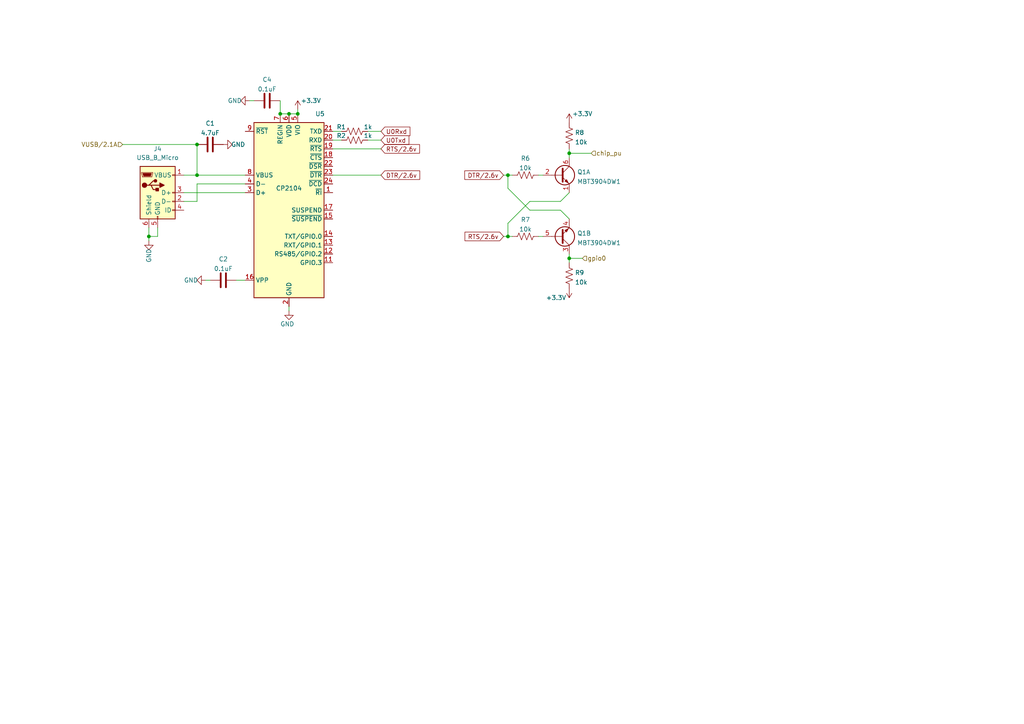
<source format=kicad_sch>
(kicad_sch (version 20230121) (generator eeschema)
  (paper "A4")
  (lib_symbols
    (symbol "Connector:USB_B_Micro" (pin_names (offset 1.016))
      (property "Reference" "J" (at -5.08 11.43 0))
      (property "Value" "USB_B_Micro" (at -5.08 8.89 0))
      (symbol "USB_B_Micro_0_1"
        (rectangle (start -5.08 -7.62) (end 5.08 7.62) (stroke (width 0.254)) (fill (type background)))
        (circle (center -3.81 2.159) (radius 0.635) (stroke (width 0.254)) (fill (type outline)))
        (circle (center -0.635 3.429) (radius 0.381) (stroke (width 0.254)) (fill (type outline)))
        (rectangle (start -0.127 -7.62) (end 0.127 -6.858))
        (polyline (pts (xy -1.905 2.159) (xy 0.635 2.159)) (stroke (width 0.254)))
        (polyline (pts (xy -3.175 2.159) (xy -2.54 2.159) (xy -1.27 3.429) (xy -0.635 3.429)) (stroke (width 0.254)))
        (polyline (pts (xy -2.54 2.159) (xy -1.905 2.159) (xy -1.27 0.889) (xy 0 0.889)) (stroke (width 0.254)))
        (polyline (pts (xy 0.635 2.794) (xy 0.635 1.524) (xy 1.905 2.159) (xy 0.635 2.794)) (stroke (width 0.254)) (fill (type outline)))
        (polyline (pts (xy -4.318 5.588) (xy -1.778 5.588) (xy -2.032 4.826) (xy -4.064 4.826) (xy -4.318 5.588)) (fill (type outline)))
        (polyline (pts (xy -4.699 5.842) (xy -4.699 5.588) (xy -4.445 4.826) (xy -4.445 4.572) (xy -1.651 4.572) (xy -1.651 4.826) (xy -1.397 5.588) (xy -1.397 5.842) (xy -4.699 5.842)))
        (rectangle (start 0.254 1.27) (end -0.508 0.508) (stroke (width 0.254)) (fill (type outline)))
        (rectangle (start 5.08 -5.207) (end 4.318 -4.953))
        (rectangle (start 5.08 -2.667) (end 4.318 -2.413))
        (rectangle (start 5.08 -0.127) (end 4.318 0.127))
        (rectangle (start 5.08 4.953) (end 4.318 5.207))
      )
      (symbol "USB_B_Micro_1_1"
        (pin power_out line (at 7.62 5.08 180) (length 2.54) (name "VBUS") (number "1"))
        (pin bidirectional line (at 7.62 -2.54 180) (length 2.54) (name "D-") (number "2"))
        (pin bidirectional line (at 7.62 0 180) (length 2.54) (name "D+") (number "3"))
        (pin passive line (at 7.62 -5.08 180) (length 2.54) (name "ID") (number "4"))
        (pin power_out line (at 0 -10.16 90) (length 2.54) (name "GND") (number "5"))
        (pin passive line (at -2.54 -10.16 90) (length 2.54) (name "Shield") (number "6"))
      )
    )
    (symbol "Device:C" (pin_numbers hide) (pin_names (offset 0.254))
      (property "Reference" "C" (at 0.635 2.54 0))
      (property "Value" "C" (at 0.635 -2.54 0))
      (symbol "C_0_1"
        (polyline (pts (xy -2.032 -0.762) (xy 2.032 -0.762)) (stroke (width 0.508)))
        (polyline (pts (xy -2.032 0.762) (xy 2.032 0.762)) (stroke (width 0.508)))
      )
      (symbol "C_1_1"
        (pin passive line (at 0 3.81 270) (length 2.794) (name "~") (number "1"))
        (pin passive line (at 0 -3.81 90) (length 2.794) (name "~") (number "2"))
      )
    )
    (symbol "Device:R_US" (pin_numbers hide) (pin_names (offset 0))
      (property "Reference" "R" (at 2.54 0 90))
      (property "Value" "R_US" (at -2.54 0 90))
      (symbol "R_US_0_1"
        (polyline (pts (xy 0 -2.286) (xy 0 -2.54)))
        (polyline (pts (xy 0 2.286) (xy 0 2.54)))
        (polyline (pts (xy 0 -0.762) (xy 1.016 -1.143) (xy 0 -1.524) (xy -1.016 -1.905) (xy 0 -2.286)))
        (polyline (pts (xy 0 0.762) (xy 1.016 0.381) (xy 0 0) (xy -1.016 -0.381) (xy 0 -0.762)))
        (polyline (pts (xy 0 2.286) (xy 1.016 1.905) (xy 0 1.524) (xy -1.016 1.143) (xy 0 0.762)))
      )
      (symbol "R_US_1_1"
        (pin passive line (at 0 3.81 270) (length 1.27) (name "~") (number "1"))
        (pin passive line (at 0 -3.81 90) (length 1.27) (name "~") (number "2"))
      )
    )
    (symbol "Interface_USB:CP2104"
      (property "Reference" "U" (at -5.08 28.575 0))
      (property "Value" "CP2104" (at -5.08 26.67 0))
      (symbol "CP2104_1_1"
        (rectangle (start -10.16 25.4) (end 10.16 -25.4) (stroke (width 0.254)) (fill (type background)))
        (pin input line (at 12.7 5.08 180) (length 2.54) (name "~{RI}") (number "1"))
        (pin no_connect line (at 10.16 -20.32 180) (length 2.54) hide (name "NC") (number "10"))
        (pin bidirectional line (at 12.7 -15.24 180) (length 2.54) (name "GPIO.3") (number "11"))
        (pin bidirectional line (at 12.7 -12.7 180) (length 2.54) (name "RS485/GPIO.2") (number "12"))
        (pin bidirectional line (at 12.7 -10.16 180) (length 2.54) (name "RXT/GPIO.1") (number "13"))
        (pin bidirectional line (at 12.7 -7.62 180) (length 2.54) (name "TXT/GPIO.0") (number "14"))
        (pin output line (at 12.7 -2.54 180) (length 2.54) (name "~{SUSPEND}") (number "15"))
        (pin passive line (at -12.7 -20.32 0) (length 2.54) (name "VPP") (number "16"))
        (pin output line (at 12.7 0 180) (length 2.54) (name "SUSPEND") (number "17"))
        (pin input line (at 12.7 15.24 180) (length 2.54) (name "~{CTS}") (number "18"))
        (pin output line (at 12.7 17.78 180) (length 2.54) (name "~{RTS}") (number "19"))
        (pin power_in line (at 0 -27.94 90) (length 2.54) (name "GND") (number "2"))
        (pin input line (at 12.7 20.32 180) (length 2.54) (name "RXD") (number "20"))
        (pin output line (at 12.7 22.86 180) (length 2.54) (name "TXD") (number "21"))
        (pin input line (at 12.7 12.7 180) (length 2.54) (name "~{DSR}") (number "22"))
        (pin output line (at 12.7 10.16 180) (length 2.54) (name "~{DTR}") (number "23"))
        (pin input line (at 12.7 7.62 180) (length 2.54) (name "~{DCD}") (number "24"))
        (pin passive line (at 0 -27.94 90) (length 2.54) hide (name "GND") (number "25"))
        (pin bidirectional line (at -12.7 5.08 0) (length 2.54) (name "D+") (number "3"))
        (pin bidirectional line (at -12.7 7.62 0) (length 2.54) (name "D-") (number "4"))
        (pin power_in line (at 2.54 27.94 270) (length 2.54) (name "VIO") (number "5"))
        (pin power_in line (at 0 27.94 270) (length 2.54) (name "VDD") (number "6"))
        (pin power_in line (at -2.54 27.94 270) (length 2.54) (name "REGIN") (number "7"))
        (pin input line (at -12.7 10.16 0) (length 2.54) (name "VBUS") (number "8"))
        (pin bidirectional line (at -12.7 22.86 0) (length 2.54) (name "~{RST}") (number "9"))
      )
    )
    (symbol "Transistor_BJT:MBT3904DW1" (pin_names (offset 0) hide)
      (property "Reference" "Q" (at 5.08 1.27 0))
      (property "Value" "MBT3904DW1" (at 5.08 -1.27 0))
      (symbol "MBT3904DW1_0_1"
        (polyline (pts (xy 0.635 0) (xy -2.54 0)))
        (polyline (pts (xy 0.635 0.635) (xy 2.54 2.54)))
        (polyline (pts (xy 0.635 -0.635) (xy 2.54 -2.54) (xy 2.54 -2.54)))
        (polyline (pts (xy 0.635 1.905) (xy 0.635 -1.905) (xy 0.635 -1.905)) (stroke (width 0.508)))
        (polyline (pts (xy 1.27 -1.778) (xy 1.778 -1.27) (xy 2.286 -2.286) (xy 1.27 -1.778) (xy 1.27 -1.778)) (fill (type outline)))
        (circle (center 1.27 0) (radius 2.8194) (stroke (width 0.254)))
      )
      (symbol "MBT3904DW1_1_1"
        (pin passive line (at 2.54 -5.08 90) (length 2.54) (name "E1") (number "1"))
        (pin input line (at -5.08 0 0) (length 2.54) (name "B1") (number "2"))
        (pin passive line (at 2.54 5.08 270) (length 2.54) (name "C1") (number "6"))
      )
      (symbol "MBT3904DW1_2_1"
        (pin passive line (at 2.54 5.08 270) (length 2.54) (name "C2") (number "3"))
        (pin passive line (at 2.54 -5.08 90) (length 2.54) (name "E2") (number "4"))
        (pin input line (at -5.08 0 0) (length 2.54) (name "B2") (number "5"))
      )
    )
    (symbol "power:+3.3V" (power) (pin_names (offset 0))
      (property "Value" "+3.3V" (at 0 3.556 0))
      (symbol "+3.3V_0_1"
        (polyline (pts (xy -0.762 1.27) (xy 0 2.54)))
        (polyline (pts (xy 0 0) (xy 0 2.54)))
        (polyline (pts (xy 0 2.54) (xy 0.762 1.27)))
      )
      (symbol "+3.3V_1_1"
        (pin power_in line (at 0 0 90) (length 0) hide (name "+3.3V") (number "1"))
      )
    )
    (symbol "power:GND" (power) (pin_names (offset 0))
      (property "Value" "GND" (at 0 -3.81 0))
      (symbol "GND_0_1"
        (polyline (pts (xy 0 0) (xy 0 -1.27) (xy 1.27 -1.27) (xy 0 -2.54) (xy -1.27 -1.27) (xy 0 -1.27)))
      )
      (symbol "GND_1_1"
        (pin power_in line (at 0 0 270) (length 0) hide (name "GND") (number "1"))
      )
    )
  )
  (junction (at 57.15 41.91))
  (junction (at 147.32 68.58))
  (junction (at 165.1 44.45))
  (junction (at 147.32 50.8))
  (junction (at 165.1 74.93))
  (junction (at 43.18 68.58))
  (junction (at 83.82 33.02))
  (junction (at 86.36 33.02))
  (junction (at 57.15 50.8))
  (junction (at 81.28 33.02))
  (wire (pts (xy 43.18 68.58) (xy 43.18 69.85)))
  (wire (pts (xy 110.49 50.8) (xy 96.52 50.8)))
  (wire (pts (xy 83.82 88.9) (xy 83.82 90.17)))
  (wire (pts (xy 153.67 60.96) (xy 162.56 60.96)))
  (wire (pts (xy 53.34 55.88) (xy 71.12 55.88)))
  (wire (pts (xy 96.52 40.64) (xy 99.06 40.64)))
  (wire (pts (xy 165.1 55.88) (xy 162.56 58.42)))
  (wire (pts (xy 165.1 44.45) (xy 171.45 44.45)))
  (wire (pts (xy 57.15 58.42) (xy 57.15 53.34)))
  (wire (pts (xy 43.18 66.04) (xy 43.18 68.58)))
  (wire (pts (xy 57.15 41.91) (xy 57.15 50.8)))
  (wire (pts (xy 165.1 74.93) (xy 165.1 73.66)))
  (wire (pts (xy 153.67 58.42) (xy 147.32 64.77)))
  (wire (pts (xy 57.15 53.34) (xy 71.12 53.34)))
  (wire (pts (xy 110.49 38.1) (xy 106.68 38.1)))
  (wire (pts (xy 156.21 50.8) (xy 157.48 50.8)))
  (wire (pts (xy 86.36 33.02) (xy 83.82 33.02)))
  (wire (pts (xy 72.39 29.21) (xy 73.66 29.21)))
  (wire (pts (xy 99.06 38.1) (xy 96.52 38.1)))
  (wire (pts (xy 147.32 64.77) (xy 147.32 68.58)))
  (wire (pts (xy 147.32 68.58) (xy 148.59 68.58)))
  (wire (pts (xy 45.72 68.58) (xy 43.18 68.58)))
  (wire (pts (xy 162.56 60.96) (xy 165.1 63.5)))
  (wire (pts (xy 81.28 33.02) (xy 83.82 33.02)))
  (wire (pts (xy 165.1 76.2) (xy 165.1 74.93)))
  (wire (pts (xy 147.32 50.8) (xy 147.32 54.61)))
  (wire (pts (xy 165.1 74.93) (xy 168.91 74.93)))
  (wire (pts (xy 147.32 50.8) (xy 148.59 50.8)))
  (wire (pts (xy 81.28 29.21) (xy 81.28 33.02)))
  (wire (pts (xy 86.36 31.75) (xy 86.36 33.02)))
  (wire (pts (xy 53.34 50.8) (xy 57.15 50.8)))
  (wire (pts (xy 146.05 50.8) (xy 147.32 50.8)))
  (wire (pts (xy 106.68 40.64) (xy 110.49 40.64)))
  (wire (pts (xy 110.49 43.18) (xy 96.52 43.18)))
  (wire (pts (xy 68.58 81.28) (xy 71.12 81.28)))
  (wire (pts (xy 153.67 58.42) (xy 162.56 58.42)))
  (wire (pts (xy 165.1 43.18) (xy 165.1 44.45)))
  (wire (pts (xy 156.21 68.58) (xy 157.48 68.58)))
  (wire (pts (xy 165.1 44.45) (xy 165.1 45.72)))
  (wire (pts (xy 53.34 58.42) (xy 57.15 58.42)))
  (wire (pts (xy 146.05 68.58) (xy 147.32 68.58)))
  (wire (pts (xy 147.32 54.61) (xy 153.67 60.96)))
  (wire (pts (xy 35.56 41.91) (xy 57.15 41.91)))
  (wire (pts (xy 45.72 66.04) (xy 45.72 68.58)))
  (wire (pts (xy 57.15 50.8) (xy 71.12 50.8)))
  (wire (pts (xy 59.69 81.28) (xy 60.96 81.28)))
  (global_label "U0Txd" (shape input) (at 110.49 40.64 0) (property "Intersheetrefs" "${INTERSHEET_REFS}" (effects hide)))
  (global_label "DTR{slash}2.6v" (shape input) (at 110.49 50.8 0) (property "Intersheetrefs" "${INTERSHEET_REFS}" (effects hide)))
  (global_label "RTS{slash}2.6v" (shape input) (at 146.05 68.58 180) (property "Intersheetrefs" "${INTERSHEET_REFS}" (effects hide)))
  (global_label "RTS{slash}2.6v" (shape input) (at 110.49 43.18 0) (property "Intersheetrefs" "${INTERSHEET_REFS}" (effects hide)))
  (global_label "DTR{slash}2.6v" (shape input) (at 146.05 50.8 180) (property "Intersheetrefs" "${INTERSHEET_REFS}" (effects hide)))
  (global_label "U0Rxd" (shape input) (at 110.49 38.1 0) (property "Intersheetrefs" "${INTERSHEET_REFS}" (effects hide)))
  (hierarchical_label "chip_pu" (shape input) (at 171.45 44.45 0))
  (hierarchical_label "gpio0" (shape input) (at 168.91 74.93 0))
  (hierarchical_label "VUSB{slash}2.1A" (shape input) (at 35.56 41.91 180))
  (symbol (lib_id "Interface_USB:CP2104") (at 83.82 60.96 0) (unit 1)
    (property "Reference" "U5" (at 91.44 33.02 0) (effects (justify left)))
    (property "Value" "CP2104" (at 80.01 54.61 0) (effects (justify left)))
    (property "Footprint" "Package_DFN_QFN:QFN-24-1EP_4x4mm_P0.5mm_EP2.6x2.6mm" (effects hide))
    (property "Datasheet" "https://www.silabs.com/documents/public/data-sheets/cp2104.pdf" (effects hide))
    (instances (project "myocell2" (path "" (reference "U5") (unit 1))) (project "ADS1292EMG2x" (path "" (reference "U1") (unit 1))))
  )
  (symbol (lib_id "Device:R_US") (at 152.4 68.58 90) (unit 1)
    (property "Reference" "R7" (at 152.4 63.7245 90))
    (property "Value" "10k" (at 152.4 66.4996 90))
    (property "Footprint" "Resistor_SMD:R_0805_2012Metric_Pad1.20x1.40mm_HandSolder" (effects hide))
  )
  (symbol (lib_id "power:+3.3V") (at 165.1 83.82 180) (unit 1)
    (property "Reference" "#PWR011" (effects hide))
    (property "Value" "+3.3V" (at 161.29 86.36 0))
    (instances (project "myocell2" (path "" (reference "#PWR011") (unit 1))) (project "ADS1292EMG2x" (path "" (reference "#PWR033") (unit 1))))
  )
  (symbol (lib_id "Device:C") (at 64.77 81.28 90) (unit 1)
    (property "Reference" "C2" (at 64.77 75.1545 90))
    (property "Value" "0.1uF" (at 64.77 77.9296 90))
    (property "Footprint" "Capacitor_SMD:C_0805_2012Metric_Pad1.18x1.45mm_HandSolder" (effects hide))
  )
  (symbol (lib_id "Device:R_US") (at 102.87 40.64 270) (unit 1)
    (property "Reference" "R2" (at 100.33 39.37 90) (effects (justify right)))
    (property "Value" "1k" (at 107.95 39.37 90) (effects (justify right)))
    (property "Footprint" "Resistor_SMD:R_0805_2012Metric_Pad1.20x1.40mm_HandSolder" (effects hide))
  )
  (symbol (lib_id "Device:R_US") (at 165.1 80.01 180) (unit 1)
    (property "Reference" "R9" (at 166.751 79.1015 0) (effects (justify right)))
    (property "Value" "10k" (at 166.751 81.8766 0) (effects (justify right)))
    (property "Footprint" "Resistor_SMD:R_0805_2012Metric_Pad1.20x1.40mm_HandSolder" (effects hide))
    (instances (project "myocell2" (path "" (reference "R9") (unit 1))) (project "ADS1292EMG2x" (path "" (reference "R10") (unit 1))))
  )
  (symbol (lib_id "Device:R_US") (at 165.1 39.37 180) (unit 1)
    (property "Reference" "R8" (at 166.751 38.4615 0) (effects (justify right)))
    (property "Value" "10k" (at 166.751 41.2366 0) (effects (justify right)))
    (property "Footprint" "Resistor_SMD:R_0805_2012Metric_Pad1.20x1.40mm_HandSolder" (effects hide))
    (instances (project "myocell2" (path "" (reference "R8") (unit 1))) (project "ADS1292EMG2x" (path "" (reference "R9") (unit 1))))
  )
  (symbol (lib_id "power:GND") (at 72.39 29.21 270) (unit 1)
    (property "Reference" "#PWR04" (effects hide))
    (property "Value" "GND" (at 66.04 29.21 90) (effects (justify left)))
    (instances (project "myocell2" (path "" (reference "#PWR04") (unit 1))) (project "ADS1292EMG2x" (path "" (reference "#PWR06") (unit 1))))
  )
  (symbol (lib_id "power:GND") (at 43.18 69.85 0) (unit 1)
    (property "Reference" "#PWR01" (effects hide))
    (property "Value" "GND" (at 43.18 76.2 90) (effects (justify left)))
    (instances (project "myocell2" (path "" (reference "#PWR01") (unit 1))) (project "ADS1292EMG2x" (path "" (reference "#PWR03") (unit 1))))
  )
  (symbol (lib_id "power:GND") (at 59.69 81.28 270) (unit 1)
    (property "Reference" "#PWR02" (effects hide))
    (property "Value" "GND" (at 53.34 81.28 90) (effects (justify left)))
    (instances (project "myocell2" (path "" (reference "#PWR02") (unit 1))) (project "ADS1292EMG2x" (path "" (reference "#PWR04") (unit 1))))
  )
  (symbol (lib_id "power:GND") (at 83.82 90.17 0) (unit 1)
    (property "Reference" "#PWR05" (effects hide))
    (property "Value" "GND" (at 81.28 93.98 0) (effects (justify left)))
    (instances (project "myocell2" (path "" (reference "#PWR05") (unit 1))) (project "ADS1292EMG2x" (path "" (reference "#PWR010") (unit 1))))
  )
  (symbol (lib_id "power:GND") (at 64.77 41.91 90) (unit 1)
    (property "Reference" "#PWR03" (effects hide))
    (property "Value" "GND" (at 71.12 41.91 90) (effects (justify left)))
    (instances (project "myocell2" (path "" (reference "#PWR03") (unit 1))) (project "ADS1292EMG2x" (path "" (reference "#PWR05") (unit 1))))
  )
  (symbol (lib_id "power:+3.3V") (at 86.36 31.75 0) (unit 1)
    (property "Reference" "#PWR06" (effects hide))
    (property "Value" "+3.3V" (at 90.17 29.21 0))
    (instances (project "myocell2" (path "" (reference "#PWR06") (unit 1))) (project "ADS1292EMG2x" (path "" (reference "#PWR011") (unit 1))))
  )
  (symbol (lib_id "Connector:USB_B_Micro") (at 45.72 55.88 0) (unit 1)
    (property "Reference" "J4" (at 45.72 43.18 0))
    (property "Value" "USB_B_Micro" (at 45.72 45.72 0))
    (property "Footprint" "Connector_USB:USB3_Micro-B_Connfly_DS1104-01" (effects hide))
    (instances (project "myocell2" (path "" (reference "J4") (unit 1))) (project "ADS1292EMG2x" (path "" (reference "J1") (unit 1))))
  )
  (symbol (lib_id "Transistor_BJT:MBT3904DW1") (at 162.56 68.58 0) (mirror x) (unit 2)
    (property "Reference" "Q1" (at 167.4114 67.6715 0) (effects (justify left)))
    (property "Value" "MBT3904DW1" (at 167.4114 70.4466 0) (effects (justify left)))
    (property "Footprint" "Package_TO_SOT_SMD:SOT-363_SC-70-6" (effects hide))
    (property "Datasheet" "http://www.onsemi.com/pub_link/Collateral/MBT3904DW1T1-D.PDF" (effects hide))
  )
  (symbol (lib_id "Device:R_US") (at 102.87 38.1 270) (unit 1)
    (property "Reference" "R1" (at 100.33 36.83 90) (effects (justify right)))
    (property "Value" "1k" (at 107.95 36.83 90) (effects (justify right)))
    (property "Footprint" "Resistor_SMD:R_0805_2012Metric_Pad1.20x1.40mm_HandSolder" (effects hide))
  )
  (symbol (lib_id "Device:C") (at 77.47 29.21 90) (unit 1)
    (property "Reference" "C4" (at 77.47 23.0845 90))
    (property "Value" "0.1uF" (at 77.47 25.8596 90))
    (property "Footprint" "Capacitor_SMD:C_0805_2012Metric_Pad1.18x1.45mm_HandSolder" (effects hide))
  )
  (symbol (lib_id "power:+3.3V") (at 165.1 35.56 0) (unit 1)
    (property "Reference" "#PWR010" (effects hide))
    (property "Value" "+3.3V" (at 168.91 33.02 0))
    (instances (project "myocell2" (path "" (reference "#PWR010") (unit 1))) (project "ADS1292EMG2x" (path "" (reference "#PWR032") (unit 1))))
  )
  (symbol (lib_id "Device:C") (at 60.96 41.91 90) (unit 1)
    (property "Reference" "C1" (at 60.96 35.7845 90))
    (property "Value" "4.7uF" (at 60.96 38.5596 90))
    (property "Footprint" "Capacitor_SMD:C_0805_2012Metric_Pad1.18x1.45mm_HandSolder" (effects hide))
  )
  (symbol (lib_id "Transistor_BJT:MBT3904DW1") (at 162.56 50.8 0) (unit 1)
    (property "Reference" "Q1" (at 167.4114 49.8915 0) (effects (justify left)))
    (property "Value" "MBT3904DW1" (at 167.4114 52.6666 0) (effects (justify left)))
    (property "Footprint" "Package_TO_SOT_SMD:SOT-363_SC-70-6" (effects hide))
    (property "Datasheet" "http://www.onsemi.com/pub_link/Collateral/MBT3904DW1T1-D.PDF" (effects hide))
  )
  (symbol (lib_id "Device:R_US") (at 152.4 50.8 90) (unit 1)
    (property "Reference" "R6" (at 152.4 45.9445 90))
    (property "Value" "10k" (at 152.4 48.7196 90))
    (property "Footprint" "Resistor_SMD:R_0805_2012Metric_Pad1.20x1.40mm_HandSolder" (effects hide))
  )
)
</source>
